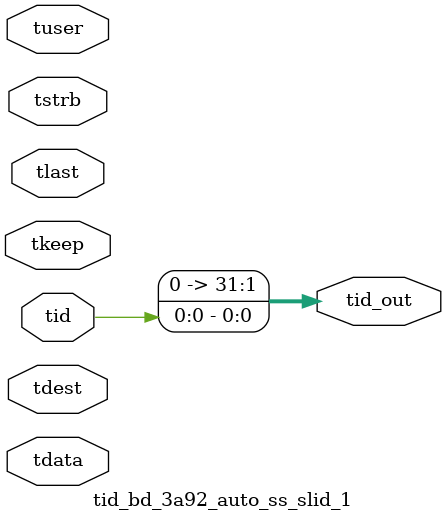
<source format=v>


`timescale 1ps/1ps

module tid_bd_3a92_auto_ss_slid_1 #
(
parameter C_S_AXIS_TID_WIDTH   = 1,
parameter C_S_AXIS_TUSER_WIDTH = 0,
parameter C_S_AXIS_TDATA_WIDTH = 0,
parameter C_S_AXIS_TDEST_WIDTH = 0,
parameter C_M_AXIS_TID_WIDTH   = 32
)
(
input  [(C_S_AXIS_TID_WIDTH   == 0 ? 1 : C_S_AXIS_TID_WIDTH)-1:0       ] tid,
input  [(C_S_AXIS_TDATA_WIDTH == 0 ? 1 : C_S_AXIS_TDATA_WIDTH)-1:0     ] tdata,
input  [(C_S_AXIS_TUSER_WIDTH == 0 ? 1 : C_S_AXIS_TUSER_WIDTH)-1:0     ] tuser,
input  [(C_S_AXIS_TDEST_WIDTH == 0 ? 1 : C_S_AXIS_TDEST_WIDTH)-1:0     ] tdest,
input  [(C_S_AXIS_TDATA_WIDTH/8)-1:0 ] tkeep,
input  [(C_S_AXIS_TDATA_WIDTH/8)-1:0 ] tstrb,
input                                                                    tlast,
output [(C_M_AXIS_TID_WIDTH   == 0 ? 1 : C_M_AXIS_TID_WIDTH)-1:0       ] tid_out
);

assign tid_out = {tid[0:0]};

endmodule


</source>
